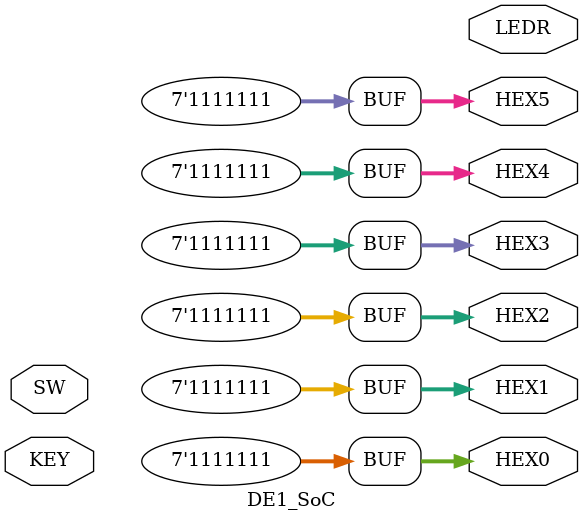
<source format=sv>
module DE1_SoC (HEX0, HEX1, HEX2, HEX3, HEX4, HEX5, KEY, LEDR, SW);

	output logic [6:0] HEX0, HEX1, HEX2, HEX3, HEX4, HEX5;
	output logic [9:0] LEDR;
	input logic [3:0] KEY;
	input logic [9:0] SW;
	
	
	
	assign HEX0 = 7'b1111111;
	assign HEX1 = 7'b1111111;
	assign HEX2 = 7'b1111111;
	assign HEX3 = 7'b1111111;
	assign HEX4 = 7'b1111111;
	assign HEX5 = 7'b1111111;
	
	
	
	
	
	
endmodule 

module DE1_SoC_testbench();

	logic [6:0] HEX0, HEX1, HEX2, HEX3, HEX4, HEX5;
	logic [9:0] LEDR;
	logic [3:0] KEY;
	logic [9:0] SW;
	
	DE1_SoC dut (.HEX0, .HEX1, .HEX2, .HEX3, .HEX4, .HEX5, .KEY, .LEDR, .SW);
	
	
endmodule 
</source>
